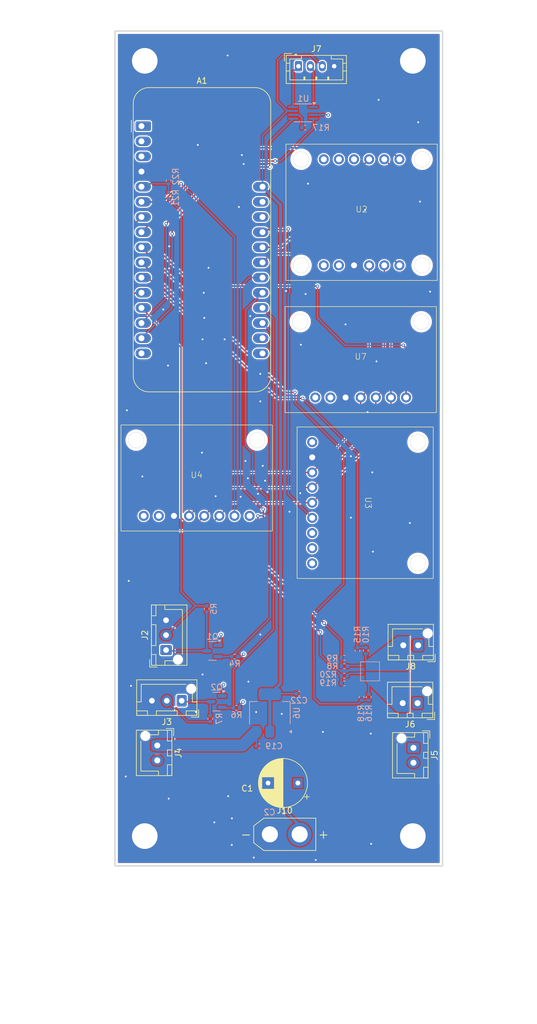
<source format=kicad_pcb>
(kicad_pcb (version 20241229) (generator "pcbnew") (generator_version "9.0")
  (layers (0 "F.Cu" signal) (4 "In1.Cu" power) (6 "In2.Cu" power) (2 "B.Cu" signal) (13 "F.Paste" user) (15 "B.Paste" user) (5 "F.SilkS" user "F.Silkscreen") (7 "B.SilkS" user "B.Silkscreen") (1 "F.Mask" user) (3 "B.Mask" user) (25 "Edge.Cuts" user))
  (net 0 "")
  (net 1 "/ALT_CS")
  (net 2 "/MAG_CS")
  (net 4 "/UART0_RX")
  (net 5 "/IMU_CS")
  (net 6 "/IMU_INT1")
  (net 8 "+5V")
  (net 9 "/PYC1")
  (net 10 "/SRV1")
  (net 11 "/MISO")
  (net 12 "/IMU_RST")
  (net 13 "/PYR1")
  (net 14 "/UART0_TX")
  (net 15 "GND")
  (net 17 "/PYC2")
  (net 18 "/VINSENSE")
  (net 21 "/PYR2")
  (net 22 "/SCK")
  (net 24 "/MOSI")
  (net 25 "/SRV2")
  (net 26 "/SD_CS")
  (net 28 "+3V3")
  (net 29 "VIN")
  (net 30 "/SRV1O")
  (net 31 "/SRV2O")
  (net 32 "VBAT")
  (net 33 "/PYO1")
  (net 34 "VPYRO")
  (net 35 "/RX0")
  (net 36 "/TX0")
  (net 37 "/PYO2")
  (net 38 "Net-(U5B-G)")
  (net 39 "/UART_EN")
  (net 40 "Net-(U5A-G)")
  (footprint "MountingHole:MountingHole_4.3mm_M4_DIN965_Pad_TopBottom" (layer "F.Cu") (at 130.5 25)
    (property "Reference" "H3" (hide yes))
    (property "Value" "MountingHole_Pad" (hide yes))
  )
  (footprint "MountingHole:MountingHole_4.3mm_M4_DIN965_Pad_TopBottom" (layer "F.Cu") (at 175.5 25)
    (property "Reference" "H4" (hide yes))
    (property "Value" "MountingHole_Pad" (hide yes))
  )
  (footprint "Connector_JST:JST_XH_B2B-XH-AM_1x02_P2.50mm_Vertical" (layer "F.Cu") (at 176.4 123 180)
    (property "Reference" "J8")
    (property "Value" "PYRO 2")
  )
  (footprint "MountingHole:MountingHole_4.3mm_M4_DIN965_Pad_TopBottom" (layer "F.Cu") (at 130.5 155)
    (property "Reference" "H1" (hide yes))
    (property "Value" "MountingHole_Pad" (hide yes))
  )
  (footprint "Connector_AMASS:AMASS_XT30U-F_1x02_P5.0mm_Vertical" (layer "F.Cu") (at 151.5 154.7)
    (property "Reference" "J10")
    (property "Value" "BATT")
  )
  (footprint "AdafruitBreakouts:BNO085_Breakout_Footprint" (layer "F.Cu") (at 166.9 50.4)
    (property "Reference" "U2")
    (property "Value" "BNO085")
    (fp_circle (center -10.16 -8.89) (end -8.86 -8.89) (stroke (width 0.05)) (fill no) (layer "Edge.Cuts"))
    (fp_circle (center -10.16 8.89) (end -8.86 8.89) (stroke (width 0.05)) (fill no) (layer "Edge.Cuts"))
    (fp_circle (center 10.16 -8.89) (end 11.46 -8.89) (stroke (width 0.05)) (fill no) (layer "Edge.Cuts"))
    (fp_circle (center 10.16 8.89) (end 11.46 8.89) (stroke (width 0.05)) (fill no) (layer "Edge.Cuts"))
  )
  (footprint "Capacitor_THT:CP_Radial_D8.0mm_P5.00mm" (layer "F.Cu") (at 156.202651 146.1 180)
    (property "Reference" "C1")
    (property "Value" "100uF" (hide yes))
  )
  (footprint "Connector_JST:JST_XH_B2B-XH-AM_1x02_P2.50mm_Vertical" (layer "F.Cu") (at 175.6 140.2 -90)
    (property "Reference" "J5")
    (property "Value" "PYRO ARM")
  )
  (footprint "Connector_JST:JST_XH_B2B-XH-AM_1x02_P2.50mm_Vertical" (layer "F.Cu") (at 132.6 139.8 -90)
    (property "Reference" "J4")
    (property "Value" "ELEC ARM")
  )
  (footprint "Connector_JST:JST_XH_B3B-XH-AM_1x03_P2.50mm_Vertical" (layer "F.Cu") (at 134.075 123.8 90)
    (property "Reference" "J2")
    (property "Value" "SRV 1")
  )
  (footprint "Connector_JST:JST_PH_B4B-PH-K_1x04_P2.00mm_Vertical" (layer "F.Cu") (at 156.3 25.9)
    (property "Reference" "J7")
    (property "Value" "UART1 5V")
  )
  (footprint "AdafruitBreakouts:LIS2MDL_Breakout_Footprint" (layer "F.Cu") (at 166.75 75.1)
    (property "Reference" "U7")
    (property "Value" "LIS2MDL")
    (fp_circle (center -10.16 -6.35) (end -8.86 -6.35) (stroke (width 0.05)) (fill no) (layer "Edge.Cuts"))
    (fp_circle (center 10.16 -6.35) (end 11.46 -6.35) (stroke (width 0.05)) (fill no) (layer "Edge.Cuts"))
  )
  (footprint "AdafruitBreakouts:SD_Breakout_Footprint" (layer "F.Cu") (at 167.5 99.1 -90)
    (property "Reference" "U3")
    (property "Value" "SD")
    (fp_circle (center -10.16 -8.86) (end -8.86 -8.86) (stroke (width 0.05)) (fill no) (layer "Edge.Cuts"))
    (fp_circle (center 10.16 -8.86) (end 11.46 -8.86) (stroke (width 0.05)) (fill no) (layer "Edge.Cuts"))
  )
  (footprint "MountingHole:MountingHole_4.3mm_M4_DIN965_Pad_TopBottom" (layer "F.Cu") (at 175.5 155)
    (property "Reference" "H2" (hide yes))
    (property "Value" "MountingHole_Pad" (hide yes))
  )
  (footprint "AdafruitBreakouts:BMP390_Breakout_Footprint" (layer "F.Cu") (at 139.21 94.95)
    (property "Reference" "U4")
    (property "Value" "BMP390")
    (fp_circle (center -10.16 -6.35) (end -8.86 -6.35) (stroke (width 0.05)) (fill no) (layer "Edge.Cuts"))
    (fp_circle (center 10.16 -6.35) (end 11.46 -6.35) (stroke (width 0.05)) (fill no) (layer "Edge.Cuts"))
  )
  (footprint "Connector_JST:JST_XH_B2B-XH-AM_1x02_P2.50mm_Vertical" (layer "F.Cu") (at 176.3 132.7 180)
    (property "Reference" "J6")
    (property "Value" "PYRO 1")
  )
  (footprint "Connector_JST:JST_XH_B3B-XH-AM_1x03_P2.50mm_Vertical" (layer "F.Cu") (at 136.7 132.3 180)
    (property "Reference" "J3")
    (property "Value" "SRV 2")
  )
  (footprint "Module:Adafruit_Feather" (layer "F.Cu") (at 129.9475 35.95)
    (property "Reference" "A1")
    (property "Value" "Adafruit_Feather_Generic")
  )
  (footprint "Capacitor_SMD:C_0402_1005Metric" (layer "B.Cu") (at 153.72 150.9 180)
    (property "Reference" "C2")
    (property "Value" "10uF" (hide yes))
  )
  (footprint "Resistor_SMD:R_0402_1005Metric" (layer "B.Cu") (at 141.5 135.31 -90)
    (property "Reference" "R7")
    (property "Value" "10k" (hide yes))
  )
  (footprint "Resistor_SMD:R_0402_1005Metric" (layer "B.Cu") (at 163.99 128.1 180)
    (property "Reference" "R20")
    (property "Value" "1k" (hide yes))
  )
  (footprint "Resistor_SMD:R_0402_1005Metric" (layer "B.Cu") (at 145.9 133.5)
    (property "Reference" "R6")
    (property "Value" "10k" (hide yes))
  )
  (footprint "Resistor_SMD:R_0402_1005Metric" (layer "B.Cu") (at 168.1 131.7 -90)
    (property "Reference" "R16")
    (property "Value" "180k" (hide yes))
  )
  (footprint "Resistor_SMD:R_0402_1005Metric" (layer "B.Cu") (at 140.9 116.89 90)
    (property "Reference" "R5")
    (property "Value" "10k" (hide yes))
  )
  (footprint "Package_TO_SOT_SMD:SOT-23" (layer "B.Cu") (at 142.5625 132.45 180)
    (property "Reference" "Q2")
    (property "Value" "BSS138" (hide yes))
  )
  (footprint "Package_TO_SOT_SMD:SOT-23" (layer "B.Cu") (at 141.8625 123.95 180)
    (property "Reference" "Q1")
    (property "Value" "BSS138" (hide yes))
  )
  (footprint "Capacitor_SMD:C_0402_1005Metric" (layer "B.Cu") (at 156.4 131.1)
    (property "Reference" "C22")
    (property "Value" "22uF" (hide yes))
  )
  (footprint "Capacitor_SMD:C_0402_1005Metric" (layer "B.Cu") (at 149.72 139.9)
    (property "Reference" "C19")
    (property "Value" "10uF" (hide yes))
  )
  (footprint "FCU2025Lib:SQJ500AEP-T1_GE3_VIS" (layer "B.Cu") (at 168.12 127.375)
    (property "Reference" "U5" (hide yes))
    (property "Value" "~" (hide yes))
  )
  (footprint "Package_SO:SSOP-8_2.95x2.8mm_P0.65mm" (layer "B.Cu") (at 157.1 33.725 180)
    (property "Reference" "U1")
    (property "Value" "TXS0102DCT" (hide yes))
  )
  (footprint "Resistor_SMD:R_0402_1005Metric" (layer "B.Cu") (at 163.99 129.4)
    (property "Reference" "R19")
    (property "Value" "3.3k" (hide yes))
  )
  (footprint "Resistor_SMD:R_0402_1005Metric" (layer "B.Cu") (at 167.6 123.9 90)
    (property "Reference" "R10")
    (property "Value" "180k" (hide yes))
  )
  (footprint "Resistor_SMD:R_0402_1005Metric" (layer "B.Cu") (at 134.5 47.6 90)
    (property "Reference" "R21")
    (property "Value" "180k" (hide yes))
  )
  (footprint "Resistor_SMD:R_0402_1005Metric" (layer "B.Cu") (at 164 126.5 180)
    (property "Reference" "R8")
    (property "Value" "1k" (hide yes))
  )
  (footprint "Resistor_SMD:R_0402_1005Metric" (layer "B.Cu") (at 145.6 124.9)
    (property "Reference" "R4")
    (property "Value" "10k" (hide yes))
  )
  (footprint "Resistor_SMD:R_0402_1005Metric" (layer "B.Cu") (at 157.4 36.2 180)
    (property "Reference" "R17")
    (property "Value" "10k" (hide yes))
  )
  (footprint "Resistor_SMD:R_0402_1005Metric" (layer "B.Cu") (at 166.9 131.71 -90)
    (property "Reference" "R18")
    (property "Value" "56k" (hide yes))
  )
  (footprint "Package_TO_SOT_SMD:SOT-223-3_TabPin2" (layer "B.Cu") (at 151.5 134.35 90)
    (property "Reference" "U6")
    (property "Value" "AMS1117-5.0" (hide yes))
  )
  (footprint "Resistor_SMD:R_0402_1005Metric" (layer "B.Cu") (at 164 125.1)
    (property "Reference" "R9")
    (property "Value" "3.3k" (hide yes))
  )
  (footprint "Resistor_SMD:R_0402_1005Metric" (layer "B.Cu") (at 134.5 45.1 -90)
    (property "Reference" "R22")
    (property "Value" "56k" (hide yes))
  )
  (footprint "Resistor_SMD:R_0402_1005Metric" (layer "B.Cu") (at 166.2 123.9 90)
    (property "Reference" "R15")
    (property "Value" "56k" (hide yes))
  )
  (gr_rect (start 125.5 20) (end 180.5 160) (stroke (width 0.2)) (fill no) (layer "Edge.Cuts"))
  (segment (start 133.55 48.65) (end 129.9475 48.65) (width 0.25) (layer "F.Cu") (net 1))
  (segment (start 136.6 45.6) (end 133.55 48.65) (width 0.25) (layer "F.Cu") (net 1))
  (via (at 136.6 45.6) (size 0.6) (drill 0.3) (layers "F.Cu" "B.Cu") (net 1))
  (segment (start 145.56 101.3) (end 145.56 54.56) (width 0.25) (layer "B.Cu") (net 1))
  (segment (start 145.56 54.56) (end 136.6 45.6) (width 0.25) (layer "B.Cu") (net 1))
  (segment (start 128.6215 54.196404) (end 128.6215 52.516) (width 0.25) (layer "F.Cu") (net 2))
  (segment (start 174.37 73.17) (end 173.9 72.7) (width 0.25) (layer "F.Cu") (net 2))
  (segment (start 174.37 81.45) (end 174.37 73.17) (width 0.25) (layer "F.Cu") (net 2))
  (segment (start 159.464 62.764) (end 138.833904 62.764) (width 0.25) (layer "F.Cu") (net 2))
  (segment (start 129.325096 54.9) (end 128.6215 54.196404) (width 0.25) (layer "F.Cu") (net 2))
  (segment (start 130.969904 54.9) (end 129.325096 54.9) (width 0.25) (layer "F.Cu") (net 2))
  (segment (start 159.5 62.8) (end 159.464 62.764) (width 0.25) (layer "F.Cu") (net 2))
  (segment (start 128.6215 52.516) (end 129.9475 51.19) (width 0.25) (layer "F.Cu") (net 2))
  (segment (start 138.833904 62.764) (end 130.969904 54.9) (width 0.25) (layer "F.Cu") (net 2))
  (via (at 159.5 62.8) (size 0.6) (drill 0.3) (layers "F.Cu" "B.Cu") (net 2))
  (via (at 173.9 72.7) (size 0.6) (drill 0.3) (layers "F.Cu" "B.Cu") (net 2))
  (segment (start 164.1 72.7) (end 173.9 72.7) (width 0.25) (layer "B.Cu") (net 2))
  (segment (start 159.5 62.8) (end 159.5 68.1) (width 0.25) (layer "B.Cu") (net 2))
  (segment (start 159.5 68.1) (end 164.1 72.7) (width 0.25) (layer "B.Cu") (net 2))
  (segment (start 134.1 52.3) (end 144.6 41.8) (width 0.25) (layer "F.Cu") (net 4))
  (segment (start 144.6 41.8) (end 152.4 41.8) (width 0.25) (layer "F.Cu") (net 4))
  (via (at 152.4 41.8) (size 0.6) (drill 0.3) (layers "F.Cu" "B.Cu") (net 4))
  (via (at 134.1 52.3) (size 0.6) (drill 0.3) (layers "F.Cu" "B.Cu") (net 4))
  (segment (start 158.8 36.285694) (end 158.8 34.7) (width 0.25) (layer "B.Cu") (net 4))
  (segment (start 134.1 64.8175) (end 134.1 52.3) (width 0.25) (layer "B.Cu") (net 4))
  (segment (start 153.285694 41.8) (end 158.8 36.285694) (width 0.25) (layer "B.Cu") (net 4))
  (segment (start 152.4 41.8) (end 153.285694 41.8) (width 0.25) (layer "B.Cu") (net 4))
  (segment (start 129.9475 68.97) (end 134.1 64.8175) (width 0.25) (layer "B.Cu") (net 4))
  (segment (start 144.0935 39.584) (end 129.9475 53.73) (width 0.25) (layer "F.Cu") (net 5))
  (segment (start 171.324 39.584) (end 144.0935 39.584) (width 0.25) (layer "F.Cu") (net 5))
  (segment (start 173.25 41.51) (end 171.324 39.584) (width 0.25) (layer "F.Cu") (net 5))
  (segment (start 171.324 57.364) (end 151.7135 57.364) (width 0.25) (layer "F.Cu") (net 6))
  (segment (start 173.25 59.29) (end 171.324 57.364) (width 0.25) (layer "F.Cu") (net 6))
  (segment (start 151.7135 57.364) (end 150.2675 58.81) (width 0.25) (layer "F.Cu") (net 6))
  (segment (start 152.8 24.9) (end 152.8 31.752) (width 0.25) (layer "B.Cu") (net 8))
  (segment (start 151.6 131.1) (end 151.5 131.2) (width 0.25) (layer "B.Cu") (net 8))
  (segment (start 151.5 131.2) (end 152.5 130.2) (width 0.25) (layer "B.Cu") (net 8))
  (segment (start 153.3 129.4) (end 153.3 49.1425) (width 0.5) (layer "B.Cu") (net 8))
  (segment (start 152.8 31.752) (end 154.448 33.4) (width 0.25) (layer "B.Cu") (net 8))
  (segment (start 153.6 24.1) (end 152.8 24.9) (width 0.25) (layer "B.Cu") (net 8))
  (segment (start 150.2675 37.5805) (end 154.448 33.4) (width 0.25) (layer "B.Cu") (net 8))
  (segment (start 151.5 137.5) (end 151.5 131.2) (width 0.5) (layer "B.Cu") (net 8))
  (segment (start 150.2675 46.11) (end 150.2675 37.5805) (width 0.25) (layer "B.Cu") (net 8))
  (segment (start 154.448 33.4) (end 155.4 33.4) (width 0.25) (layer "B.Cu") (net 8))
  (segment (start 160.3 25.9) (end 158.5 24.1) (width 0.25) (layer "B.Cu") (net 8))
  (segment (start 158.5 24.1) (end 153.6 24.1) (width 0.25) (layer "B.Cu") (net 8))
  (segment (start 152.5 130.2) (end 153.3 129.4) (width 0.5) (layer "B.Cu") (net 8))
  (segment (start 155.92 131.1) (end 151.6 131.1) (width 0.25) (layer "B.Cu") (net 8))
  (segment (start 153.3 49.1425) (end 150.2675 46.11) (width 0.5) (layer "B.Cu") (net 8))
  (segment (start 155.7 80.6) (end 154.2775 80.6) (width 0.25) (layer "F.Cu") (net 9))
  (segment (start 154.2775 80.6) (end 129.9475 56.27) (width 0.25) (layer "F.Cu") (net 9))
  (via (at 155.7 80.6) (size 0.6) (drill 0.3) (layers "F.Cu" "B.Cu") (net 9))
  (segment (start 155.7 82.3) (end 155.7 80.6) (width 0.25) (layer "B.Cu") (net 9))
  (segment (start 163.9 112.7) (end 163.9 90.5) (width 0.25) (layer "B.Cu") (net 9))
  (segment (start 159.9 132.8) (end 159 131.9) (width 0.25) (layer "B.Cu") (net 9))
  (segment (start 166.32 132.8) (end 159.9 132.8) (width 0.25) (layer "B.Cu") (net 9))
  (segment (start 158.9 117.7) (end 163.9 112.7) (width 0.25) (layer "B.Cu") (net 9))
  (segment (start 158.9 131.9) (end 158.9 117.7) (width 0.25) (layer "B.Cu") (net 9))
  (segment (start 168.09 132.22) (end 168.1 132.21) (width 0.25) (layer "B.Cu") (net 9))
  (segment (start 159 131.9) (end 158.9 131.9) (width 0.25) (layer "B.Cu") (net 9))
  (segment (start 166.9 132.22) (end 166.32 132.8) (width 0.25) (layer "B.Cu") (net 9))
  (segment (start 166.9 132.22) (end 168.09 132.22) (width 0.25) (layer "B.Cu") (net 9))
  (segment (start 163.9 90.5) (end 155.7 82.3) (width 0.25) (layer "B.Cu") (net 9))
  (segment (start 151.5935 118.3965) (end 151.5935 70.296) (width 0.25) (layer "B.Cu") (net 10))
  (segment (start 151.5935 70.296) (end 150.2675 68.97) (width 0.25) (layer "B.Cu") (net 10))
  (segment (start 145.09 124.9) (end 151.5935 118.3965) (width 0.25) (layer "B.Cu") (net 10))
  (segment (start 142.8 124.9) (end 145.09 124.9) (width 0.25) (layer "B.Cu") (net 10))
  (segment (start 145.22 96.56) (end 140.48 101.3) (width 0.2) (layer "F.Cu") (net 11))
  (segment (start 170.71 80.03) (end 170.71 59.29) (width 0.2) (layer "F.Cu") (net 11))
  (segment (start 137.46324 102.451) (end 136.551 101.53876) (width 0.2) (layer "F.Cu") (net 11))
  (segment (start 169.29 85.88) (end 158.61 96.56) (width 0.2) (layer "F.Cu") (net 11))
  (segment (start 169.29 81.45) (end 169.29 85.88) (width 0.2) (layer "F.Cu") (net 11))
  (segment (start 136.551 73.0335) (end 129.9475 66.43) (width 0.2) (layer "F.Cu") (net 11))
  (segment (start 136.551 101.53876) (end 136.551 73.0335) (width 0.2) (layer "F.Cu") (net 11))
  (segment (start 140.48 101.3) (end 139.329 102.451) (width 0.2) (layer "F.Cu") (net 11))
  (segment (start 158.61 96.56) (end 145.22 96.56) (width 0.2) (layer "F.Cu") (net 11))
  (segment (start 139.329 102.451) (end 137.46324 102.451) (width 0.2) (layer "F.Cu") (net 11))
  (segment (start 169.29 81.45) (end 170.71 80.03) (width 0.2) (layer "F.Cu") (net 11))
  (segment (start 168.17 41.51) (end 153.41 56.27) (width 0.25) (layer "F.Cu") (net 12))
  (segment (start 153.41 56.27) (end 150.2675 56.27) (width 0.25) (layer "F.Cu") (net 12))
  (segment (start 149.49774 101.3) (end 149.49774 110.29774) (width 0.25) (layer "F.Cu") (net 13))
  (segment (start 149.49774 110.29774) (end 160 120.8) (width 0.25) (layer "F.Cu") (net 13))
  (via (at 149.49774 101.3) (size 0.6) (drill 0.3) (layers "F.Cu" "B.Cu") (net 13))
  (via (at 160 120.8) (size 0.6) (drill 0.3) (layers "F.Cu" "B.Cu") (net 13))
  (segment (start 148.6 90.7) (end 147.444 89.544) (width 0.25) (layer "B.Cu") (net 13))
  (segment (start 163.48 128.1) (end 163.48 129.4) (width 0.25) (layer "B.Cu") (net 13))
  (segment (start 151.026 98.126) (end 148.6 95.7) (width 0.25) (layer "B.Cu") (net 13))
  (segment (start 147.444 66.7135) (end 150.2675 63.89) (width 0.25) (layer "B.Cu") (net 13))
  (segment (start 160 124.62) (end 160 120.8) (width 0.25) (layer "B.Cu") (net 13))
  (segment (start 148.6 95.7) (end 148.6 90.7) (width 0.25) (layer "B.Cu") (net 13))
  (segment (start 147.444 89.544) (end 147.444 66.7135) (width 0.25) (layer "B.Cu") (net 13))
  (segment (start 151.026 100.574) (end 151.026 98.126) (width 0.25) (layer "B.Cu") (net 13))
  (segment (start 150.3 101.3) (end 151.026 100.574) (width 0.25) (layer "B.Cu") (net 13))
  (segment (start 149.49774 101.3) (end 150.3 101.3) (width 0.25) (layer "B.Cu") (net 13))
  (segment (start 163.48 128.1) (end 160 124.62) (width 0.25) (layer "B.Cu") (net 13))
  (segment (start 135.1 54) (end 135.1 52.2) (width 0.25) (layer "F.Cu") (net 14))
  (segment (start 135.1 52.2) (end 144.5 42.8) (width 0.25) (layer "F.Cu") (net 14))
  (segment (start 144.5 42.8) (end 151.5 42.8) (width 0.25) (layer "F.Cu") (net 14))
  (via (at 151.5 42.8) (size 0.6) (drill 0.3) (layers "F.Cu" "B.Cu") (net 14))
  (via (at 135.1 54) (size 0.6) (drill 0.3) (layers "F.Cu" "B.Cu") (net 14))
  (segment (start 135.1 54) (end 135.1 66.3575) (width 0.25) (layer "B.Cu") (net 14))
  (segment (start 155.4 34.7) (end 151.5 38.6) (width 0.25) (layer "B.Cu") (net 14))
  (segment (start 135.1 66.3575) (end 129.9475 71.51) (width 0.25) (layer "B.Cu") (net 14))
  (segment (start 151.5 38.6) (end 151.5 42.8) (width 0.25) (layer "B.Cu") (net 14))
  (via (at 168.7 94) (size 0.6) (drill 0.3) (layers "F.Cu" "B.Cu") (net 15))
  (via (at 146.3 49.5) (size 0.6) (drill 0.3) (layers "F.Cu" "B.Cu") (net 15))
  (via (at 149.9 82.1) (size 0.6) (drill 0.3) (layers "F.Cu" "B.Cu") (net 15))
  (via (at 140.2 127.9) (size 0.6) (drill 0.3) (layers "F.Cu" "B.Cu") (net 15))
  (via (at 178.4 63.7) (size 0.6) (drill 0.3) (layers "F.Cu" "B.Cu") (net 15))
  (via (at 144.5 148.3) (size 0.6) (drill 0.3) (layers "F.Cu" "B.Cu") (net 15))
  (via (at 147.4 92.1) (size 0.6) (drill 0.3) (layers "F.Cu" "B.Cu") (net 15))
  (via (at 167.9 83.9) (size 0.6) (drill 0.3) (layers "F.Cu" "B.Cu") (net 15))
  (via (at 157.9 45.6) (size 0.6) (drill 0.3) (layers "F.Cu" "B.Cu") (net 15))
  (via (at 154.2 63.6) (size 0.6) (drill 0.3) (layers "F.Cu" "B.Cu") (net 15))
  (via (at 146.8 40.8) (size 0.6) (drill 0.3) (layers "F.Cu" "B.Cu") (net 15))
  (via (at 151.1 97.3) (size 0.6) (drill 0.3) (layers "F.Cu" "B.Cu") (net 15))
  (via (at 169.4 75.4) (size 0.6) (drill 0.3) (layers "F.Cu" "B.Cu") (net 15))
  (via (at 140.4 63.9) (size 0.6) (drill 0.3) (layers "F.Cu" "B.Cu") (net 15))
  (via (at 149.2 134.2) (size 0.6) (drill 0.3) (layers "F.Cu" "B.Cu") (net 15))
  (via (at 165.1 91.3) (size 0.6) (drill 0.3) (layers "F.Cu" "B.Cu") (net 15))
  (via (at 154.8 100.6) (size 0.6) (drill 0.3) (layers "F.Cu" "B.Cu") (net 15))
  (via (at 175 102.5) (size 0.6) (drill 0.3) (layers "F.Cu" "B.Cu") (net 15))
  (via (at 153.5 134.5) (size 0.6) (drill 0.3) (layers "F.Cu" "B.Cu") (net 15))
  (via (at 176.7 48.6) (size 0.6) (drill 0.3) (layers "F.Cu" "B.Cu") (net 15))
  (via (at 149.9 121.2) (size 0.6) (drill 0.3) (layers "F.Cu" "B.Cu") (net 15))
  (via (at 142.4 98) (size 0.6) (drill 0.3) (layers "F.Cu" "B.Cu") (net 15))
  (via (at 169.753648 31.545905) (size 0.6) (drill 0.3) (layers "F.Cu" "B.Cu") (net 15))
  (via (at 130.1 94.7) (size 0.6) (drill 0.3) (layers "F.Cu" "B.Cu") (net 15))
  (via (at 127.8 112.2) (size 0.6) (drill 0.3) (layers "F.Cu" "B.Cu") (net 15))
  (via (at 168.8 107.3) (size 0.6) (drill 0.3) (layers "F.Cu" "B.Cu") (net 15))
  (via (at 140.5 68.1) (size 0.6) (drill 0.3) (layers "F.Cu" "B.Cu") (net 15))
  (via (at 147.8 95) (size 0.6) (drill 0.3) (layers "F.Cu" "B.Cu") (net 15))
  (via (at 156.6 97.5) (size 0.6) (drill 0.3) (layers "F.Cu" "B.Cu") (net 15))
  (via (at 150.301362 92.910649) (size 0.6) (drill 0.3) (layers "F.Cu" "B.Cu") (net 15))
  (via (at 134.521413 148.709119) (size 0.6) (drill 0.3) (layers "F.Cu" "B.Cu") (net 15))
  (via (at 157.5 64.1) (size 0.6) (drill 0.3) (layers "F.Cu" "B.Cu") (net 15))
  (via (at 133.6 66.7) (size 0.6) (drill 0.3) (layers "F.Cu" "B.Cu") (net 15))
  (via (at 134.4 76.1) (size 0.6) (drill 0.3) (layers "F.Cu" "B.Cu") (net 15))
  (via (at 140.8 75.7) (size 0.6) (drill 0.3) (layers "F.Cu" "B.Cu") (net 15))
  (via (at 176.4 35.3) (size 0.6) (drill 0.3) (layers "F.Cu" "B.Cu") (net 15))
  (via (at 156.7 72.6) (size 0.6) (drill 0.3) (layers "F.Cu" "B.Cu") (net 15))
  (via (at 167.5 50) (size 0.6) (drill 0.3) (layers "F.Cu" "B.Cu") (net 15))
  (via (at 145.108175 156.480253) (size 0.6) (drill 0.3) (layers "F.Cu" "B.Cu") (net 15))
  (via (at 147.1 42.3) (size 0.6) (drill 0.3) (layers "F.Cu" "B.Cu") (net 15))
  (via (at 168.432954 137.813374) (size 0.6) (drill 0.3) (layers "F.Cu" "B.Cu") (net 15))
  (via (at 134.6 56.1) (size 0.6) (drill 0.3) (layers "F.Cu" "B.Cu") (net 15))
  (via (at 141.2 59.7) (size 0.6) (drill 0.3) (layers "F.Cu" "B.Cu") (net 15))
  (via (at 148.2 67.8) (size 0.6) (drill 0.3) (layers "F.Cu" "B.Cu") (net 15))
  (via (at 144.4 24.1) (size 0.6) (drill 0.3) (layers "F.Cu" "B.Cu") (net 15))
  (via (at 148.8 158.6) (size 0.6) (drill 0.3) (layers "F.Cu" "B.Cu") (net 15))
  (via (at 159.2 159) (size 0.6) (drill 0.3) (layers "F.Cu" "B.Cu") (net 15))
  (via (at 150.7 95.4) (size 0.6) (drill 0.3) (layers "F.Cu" "B.Cu") (net 15))
  (via (at 128.2 129.8) (size 0.6) (drill 0.3) (layers "F.Cu" "B.Cu") (net 15))
  (via (at 139.1 134.2) (size 0.6) (drill 0.3) (layers "F.Cu" "B.Cu") (net 15))
  (via (at 127.5 83.6) (size 0.6) (drill 0.3) (layers "F.Cu" "B.Cu") (net 15))
  (via (at 165.1 101.6) (size 0.6) (drill 0.3) (layers "F.Cu" "B.Cu") (net 15))
  (via (at 139.4 39.1) (size 0.6) (drill 0.3) (layers "F.Cu" "B.Cu") (net 15))
  (via (at 164.2 69.2) (size 0.6) (drill 0.3) (layers "F.Cu" "B.Cu") (net 15))
  (via (at 168.5 156.3) (size 0.6) (drill 0.3) (layers "F.Cu" "B.Cu") (net 15))
  (via (at 147.9 129.1) (size 0.6) (drill 0.3) (layers "F.Cu" "B.Cu") (net 15))
  (via (at 145.1307 152.020298) (size 0.6) (drill 0.3) (layers "F.Cu" "B.Cu") (net 15))
  (via (at 146.6 98.1) (size 0.6) (drill 0.3) (layers "F.Cu" "B.Cu") (net 15))
  (via (at 140.2 71.7) (size 0.6) (drill 0.3) (layers "F.Cu" "B.Cu") (net 15))
  (via (at 142.179922 152.696048) (size 0.6) (drill 0.3) (layers "F.Cu" "B.Cu") (net 15))
  (via (at 134.6 59.8) (size 0.6) (drill 0.3) (layers "F.Cu" "B.Cu") (net 15))
  (via (at 143.9 71.7) (size 0.6) (drill 0.3) (layers "F.Cu" "B.Cu") (net 15))
  (via (at 140.1 90.7) (size 0.6) (drill 0.3) (layers "F.Cu" "B.Cu") (net 15))
  (via (at 160.408427 137.52753) (size 0.6) (drill 0.3) (layers "F.Cu" "B.Cu") (net 15))
  (via (at 127.3 145) (size 0.6) (drill 0.3) (layers "F.Cu" "B.Cu") (net 15))
  (via (at 149.5 97.6) (size 0.6) (drill 0.3) (layers "F.Cu" "B.Cu") (net 15))
  (via (at 149.9 77.5) (size 0.6) (drill 0.3) (layers "F.Cu" "B.Cu") (net 15))
  (segment (start 157 81.6) (end 152.7375 81.6) (width 0.25) (layer "F.Cu") (net 17))
  (segment (start 152.7375 81.6) (end 129.9475 58.81) (width 0.25) (layer "F.Cu") (net 17))
  (via (at 157 81.6) (size 0.6) (drill 0.3) (layers "F.Cu" "B.Cu") (net 17))
  (segment (start 166.2 123.39) (end 167.6 123.39) (width 0.25) (layer "B.Cu") (net 17))
  (segment (start 166.2 123.39) (end 166.2 90.8) (width 0.25) (layer "B.Cu") (net 17))
  (segment (start 166.2 90.8) (end 157 81.6) (width 0.25) (layer "B.Cu") (net 17))
  (segment (start 134.5 47.09) (end 134.5 45.61) (width 0.25) (layer "B.Cu") (net 18))
  (segment (start 134.5 45.61) (end 130.4475 45.61) (width 0.25) (layer "B.Cu") (net 18))
  (segment (start 130.4475 45.61) (end 129.9475 46.11) (width 0.25) (layer "B.Cu") (net 18))
  (segment (start 150.4 109.1) (end 150.4 100.2) (width 0.25) (layer "F.Cu") (net 21))
  (segment (start 160.6 119.3) (end 150.4 109.1) (width 0.25) (layer "F.Cu") (net 21))
  (via (at 160.6 119.3) (size 0.6) (drill 0.3) (layers "F.Cu" "B.Cu") (net 21))
  (via (at 150.4 100.2) (size 0.6) (drill 0.3) (layers "F.Cu" "B.Cu") (net 21))
  (segment (start 146.6 96.4) (end 146.6 62.8) (width 0.25) (layer "B.Cu") (net 21))
  (segment (start 163.49 126.5) (end 163.49 125.1) (width 0.25) (layer "B.Cu") (net 21))
  (segment (start 146.6 62.8) (end 148.05 61.35) (width 0.25) (layer "B.Cu") (net 21))
  (segment (start 163.49 125.1) (end 163.49 122.19) (width 0.25) (layer "B.Cu") (net 21))
  (segment (start 163.49 122.19) (end 160.6 119.3) (width 0.25) (layer "B.Cu") (net 21))
  (segment (start 148.05 61.35) (end 150.2675 61.35) (width 0.25) (layer "B.Cu") (net 21))
  (segment (start 150.4 100.2) (end 146.6 96.4) (width 0.25) (layer "B.Cu") (net 21))
  (segment (start 131.05 61.35) (end 129.9475 61.35) (width 0.2) (layer "F.Cu") (net 22))
  (segment (start 166.75 81.45) (end 168.17 80.03) (width 0.2) (layer "F.Cu") (net 22))
  (segment (start 137.94 68.24) (end 131.05 61.35) (width 0.2) (layer "F.Cu") (net 22))
  (segment (start 166.75 85.88) (end 166.75 81.45) (width 0.2) (layer "F.Cu") (net 22))
  (segment (start 145.22 94.02) (end 158.61 94.02) (width 0.2) (layer "F.Cu") (net 22))
  (segment (start 168.17 80.03) (end 168.17 59.29) (width 0.2) (layer "F.Cu") (net 22))
  (segment (start 137.94 101.3) (end 145.22 94.02) (width 0.2) (layer "F.Cu") (net 22))
  (segment (start 158.61 94.02) (end 166.75 85.88) (width 0.2) (layer "F.Cu") (net 22))
  (segment (start 137.94 101.3) (end 137.94 68.24) (width 0.2) (layer "F.Cu") (net 22))
  (segment (start 174.6 45.4) (end 170.71 41.51) (width 0.2) (layer "F.Cu") (net 24))
  (segment (start 140.52 103.8) (end 135.4 103.8) (width 0.2) (layer "F.Cu") (net 24))
  (segment (start 171.83 81.45) (end 171.83 65.57) (width 0.2) (layer "F.Cu") (net 24))
  (segment (start 128.91 63.89) (end 129.9475 63.89) (width 0.2) (layer "F.Cu") (net 24))
  (segment (start 135.4 103.8) (end 134.011 102.411) (width 0.2) (layer "F.Cu") (net 24))
  (segment (start 143.02 101.3) (end 140.52 103.8) (width 0.2) (layer "F.Cu") (net 24))
  (segment (start 134.011 84.511) (end 128.1 78.6) (width 0.2) (layer "F.Cu") (net 24))
  (segment (start 145.22 99.1) (end 158.61 99.1) (width 0.2) (layer "F.Cu") (net 24))
  (segment (start 171.83 85.88) (end 158.61 99.1) (width 0.2) (layer "F.Cu") (net 24))
  (segment (start 174.6 62.8) (end 174.6 45.4) (width 0.2) (layer "F.Cu") (net 24))
  (segment (start 171.83 65.57) (end 174.6 62.8) (width 0.2) (layer "F.Cu") (net 24))
  (segment (start 128.1 78.6) (end 128.1 64.7) (width 0.2) (layer "F.Cu") (net 24))
  (segment (start 128.1 64.7) (end 128.91 63.89) (width 0.2) (layer "F.Cu") (net 24))
  (segment (start 171.83 81.45) (end 171.83 85.88) (width 0.2) (layer "F.Cu") (net 24))
  (segment (start 143.02 101.3) (end 145.22 99.1) (width 0.2) (layer "F.Cu") (net 24))
  (segment (start 134.011 102.411) (end 134.011 84.511) (width 0.2) (layer "F.Cu") (net 24))
  (segment (start 145.39 127.095298) (end 145.39 133.5) (width 0.25) (layer "B.Cu") (net 25))
  (segment (start 150.2675 66.43) (end 152.1 68.2625) (width 0.25) (layer "B.Cu") (net 25))
  (segment (start 152.1 68.2625) (end 152.1 120.385298) (width 0.25) (layer "B.Cu") (net 25))
  (segment (start 152.1 120.385298) (end 145.39 127.095298) (width 0.25) (layer "B.Cu") (net 25))
  (segment (start 143.6 133.5) (end 143.5 133.4) (width 0.25) (layer "B.Cu") (net 25))
  (segment (start 145.39 133.5) (end 143.6 133.5) (width 0.25) (layer "B.Cu") (net 25))
  (segment (start 150.6975 53.3) (end 150.2675 53.73) (width 0.25) (layer "F.Cu") (net 26))
  (segment (start 154.5 53.3) (end 150.6975 53.3) (width 0.25) (layer "F.Cu") (net 26))
  (segment (start 154.6 53.2) (end 154.5 53.3) (width 0.25) (layer "F.Cu") (net 26))
  (via (at 154.6 53.2) (size 0.6) (drill 0.3) (layers "F.Cu" "B.Cu") (net 26))
  (segment (start 154.6 97.63) (end 158.61 101.64) (width 0.25) (layer "B.Cu") (net 26))
  (segment (start 154.6 63.114702) (end 154.826 63.340702) (width 0.25) (layer "B.Cu") (net 26))
  (segment (start 154.6 64.085298) (end 154.6 97.63) (width 0.25) (layer "B.Cu") (net 26))
  (segment (start 154.6 53.2) (end 154.6 63.114702) (width 0.25) (layer "B.Cu") (net 26))
  (segment (start 154.826 63.340702) (end 154.826 63.859298) (width 0.25) (layer "B.Cu") (net 26))
  (segment (start 154.826 63.859298) (end 154.6 64.085298) (width 0.25) (layer "B.Cu") (net 26))
  (segment (start 143.7 129.6) (end 143.8 129.5) (width 0.25) (layer "F.Cu") (net 28))
  (via (at 147 132.5) (size 0.6) (drill 0.3) (layers "F.Cu" "B.Cu") (net 28))
  (via (at 147.1 124.5) (size 0.6) (drill 0.3) (layers "F.Cu" "B.Cu") (net 28))
  (via (at 143.3 121.2) (size 0.6) (drill 0.3) (layers "F.Cu" "B.Cu") (net 28))
  (via (at 143.7 129.6) (size 0.6) (drill 0.3) (layers "F.Cu" "B.Cu") (net 28))
  (via (at 161.3 34.1) (size 0.6) (drill 0.3) (layers "F.Cu" "B.Cu") (net 28))
  (segment (start 146.41 133.09) (end 147 132.5) (width 0.25) (layer "B.Cu") (net 28))
  (segment (start 146.41 133.5) (end 146.41 133.09) (width 0.25) (layer "B.Cu") (net 28))
  (segment (start 143.5 129.8) (end 143.7 129.6) (width 0.25) (layer "B.Cu") (net 28))
  (segment (start 146.7 124.9) (end 147.1 124.5) (width 0.25) (layer "B.Cu") (net 28))
  (segment (start 142.8 123) (end 143.3 122.5) (width 0.25) (layer "B.Cu") (net 28))
  (segment (start 146.11 124.9) (end 146.7 124.9) (width 0.25) (layer "B.Cu") (net 28))
  (segment (start 143.3 122.5) (end 143.3 121.2) (width 0.25) (layer "B.Cu") (net 28))
  (segment (start 161.25 34.05) (end 161.3 34.1) (width 0.25) (layer "B.Cu") (net 28))
  (segment (start 158.8 34.05) (end 161.25 34.05) (width 0.25) (layer "B.Cu") (net 28))
  (segment (start 143.5 131.5) (end 143.5 129.8) (width 0.25) (layer "B.Cu") (net 28))
  (segment (start 137.72 135.82) (end 134.2 132.3) (width 0.2) (layer "B.Cu") (net 29))
  (segment (start 136.6 113.985) (end 136.6 50.21) (width 0.25) (layer "B.Cu") (net 29))
  (segment (start 141.5 135.82) (end 137.72 135.82) (width 0.2) (layer "B.Cu") (net 29))
  (segment (start 140.9 116.38) (end 138.995 116.38) (width 0.25) (layer "B.Cu") (net 29))
  (segment (start 138.995 116.38) (end 134.075 121.3) (width 0.25) (layer "B.Cu") (net 29))
  (segment (start 138.995 116.38) (end 136.6 113.985) (width 0.25) (layer "B.Cu") (net 29))
  (segment (start 149.24 137.54) (end 149.2 137.5) (width 0.25) (layer "B.Cu") (net 29))
  (segment (start 136.6 50.21) (end 134.5 48.11) (width 0.25) (layer "B.Cu") (net 29))
  (segment (start 146.9 139.8) (end 149.2 137.5) (width 2) (layer "B.Cu") (net 29))
  (segment (start 149.24 139.9) (end 149.24 137.54) (width 0.25) (layer "B.Cu") (net 29))
  (segment (start 132.6 139.8) (end 146.9 139.8) (width 2) (layer "B.Cu") (net 29))
  (segment (start 140.925 117.425) (end 140.9 117.4) (width 0.25) (layer "B.Cu") (net 30))
  (segment (start 140.925 123.95) (end 140.925 117.425) (width 0.25) (layer "B.Cu") (net 30))
  (segment (start 134.225 123.95) (end 134.075 123.8) (width 0.25) (layer "B.Cu") (net 30))
  (segment (start 140.925 123.95) (end 134.225 123.95) (width 0.25) (layer "B.Cu") (net 30))
  (segment (start 136.85 132.45) (end 136.7 132.3) (width 0.25) (layer "B.Cu") (net 31))
  (segment (start 141.625 132.45) (end 136.85 132.45) (width 0.25) (layer "B.Cu") (net 31))
  (segment (start 141.5 134.8) (end 141.5 132.575) (width 0.25) (layer "B.Cu") (net 31))
  (segment (start 141.5 132.575) (end 141.625 132.45) (width 0.25) (layer "B.Cu") (net 31))
  (segment (start 156.5 153.2) (end 154.2 150.9) (width 0.5) (layer "B.Cu") (net 32))
  (segment (start 156.5 154.7) (end 156.5 153.2) (width 0.5) (layer "B.Cu") (net 32))
  (segment (start 168.1 131.19) (end 168.1 128.735) (width 0.25) (layer "B.Cu") (net 33))
  (segment (start 168.1 128.735) (end 168.765 128.07) (width 0.25) (layer "B.Cu") (net 33))
  (segment (start 158.8 26.4) (end 158.3 25.9) (width 0.25) (layer "B.Cu") (net 35))
  (segment (start 158.8 32.75) (end 158.8 26.4) (width 0.25) (layer "B.Cu") (net 35))
  (segment (start 155.4 32.75) (end 155.4 26.8) (width 0.25) (layer "B.Cu") (net 36))
  (segment (start 155.4 26.8) (end 156.3 25.9) (width 0.25) (layer "B.Cu") (net 36))
  (segment (start 167.6 125.515) (end 168.765 126.68) (width 0.25) (layer "B.Cu") (net 37))
  (segment (start 167.6 124.41) (end 167.6 125.515) (width 0.25) (layer "B.Cu") (net 37))
  (segment (start 166.8 126.4) (end 164.61 126.4) (width 0.25) (layer "B.Cu") (net 38))
  (segment (start 164.61 126.4) (end 164.51 126.5) (width 0.25) (layer "B.Cu") (net 38))
  (segment (start 156.89 36.2) (end 156.89 34.588) (width 0.25) (layer "B.Cu") (net 39))
  (segment (start 156.352 34.05) (end 155.4 34.05) (width 0.25) (layer "B.Cu") (net 39))
  (segment (start 156.89 34.588) (end 156.352 34.05) (width 0.25) (layer "B.Cu") (net 39))
  (segment (start 164.9 127.7) (end 164.5 128.1) (width 0.25) (layer "B.Cu") (net 40))
  (segment (start 166.8 127.7) (end 164.9 127.7) (width 0.25) (layer "B.Cu") (net 40))
  (zone (net 34) (net_name "VPYRO") (layer "F.Cu") (priority 1) (connect_pads yes (clearance 0.2)) (min_thickness 0.2) (fill yes (thermal_gap 0.5) (thermal_bridge_width 0.5))
    (polygon (pts (xy 175.15 132.175) (xy 175.15 121.5) (xy 179.9 121.5) (xy 179.9 141.5) (xy 177.2 141.5) (xy 175.075 141.45) (xy 173.6 141.45) (xy 173.6 139.7) (xy 175.075 136.7)))
  )
  (zone (net 32) (net_name "VBAT") (layer "F.Cu") (priority 6) (connect_pads yes (clearance 0.2)) (min_thickness 0.2) (fill yes (thermal_gap 0.5) (thermal_bridge_width 0.5))
    (polygon (pts (xy 129.4 141.3) (xy 159.2 141.3) (xy 160.5 141.9) (xy 160.5 147) (xy 160.1 147.3) (xy 154 147.1) (xy 154 145.1) (xy 153.6 144.6) (xy 130.7 144.7) (xy 129.4 143)))
  )
  (zone (net 32) (net_name "VBAT") (layer "F.Cu") (priority 4) (connect_pads yes (clearance 0.2)) (min_thickness 0.2) (fill yes (thermal_gap 0.5) (thermal_bridge_width 0.5))
    (polygon (pts (xy 179.9 145.8) (xy 159.7 158.1) (xy 154 158.1) (xy 154 141.3) (xy 159.2 141.3) (xy 179.9 141.6) (xy 179.9 141.8)))
  )
  (zone (net 29) (net_name "VIN") (layer "F.Cu") (priority 5) (connect_pads yes (clearance 0.2)) (min_thickness 0.2) (fill yes (thermal_gap 0.5) (thermal_bridge_width 0.5))
    (polygon (pts (xy 131.1 141.1) (xy 135.486113 141.050158) (xy 135.403716 133.634407) (xy 135.345945 128.435049) (xy 135.5 125.9) (xy 135.5 123.8) (xy 135.5 123.2) (xy 135.5 122.5) (xy 135.5 120) (xy 131.241146 120) (xy 130 121.758281) (xy 129.5 122.6) (xy 129.5 130) (xy 129.4 140.4) (xy 129.4 141.1) (xy 130.2 141.1) (xy 130.9 141.1)))
  )
  (zone (net 15) (net_name "GND") (layers "F.Cu" "B.Cu" "In2.Cu") (connect_pads yes (clearance 0.2)) (min_thickness 0.2) (fill yes (thermal_gap 0.5) (thermal_bridge_width 0.5))
    (polygon (pts (xy 110.8 19.1) (xy 195.1 14.8) (xy 192.5 186.1) (xy 106.2 182.3) (xy 110.8 19.3)))
  )
  (zone (net 37) (net_name "/PYO2") (layer "B.Cu") (priority 2) (connect_pads yes (clearance 0.2)) (min_thickness 0.2) (fill yes (thermal_gap 0.5) (thermal_bridge_width 0.5))
    (polygon (pts (xy 167.6 127.3) (xy 175 127.3) (xy 175 121.5) (xy 172.9 121.5) (xy 167.6 125.6)))
  )
  (zone (net 33) (net_name "/PYO1") (layer "B.Cu") (priority 3) (connect_pads yes (clearance 0.2)) (min_thickness 0.2) (fill yes (thermal_gap 0.5) (thermal_bridge_width 0.5))
    (polygon (pts (xy 167.6 127.5) (xy 175 127.5) (xy 175 134.2) (xy 172.8 134.2) (xy 167.6 129.1)))
  )
)
</source>
